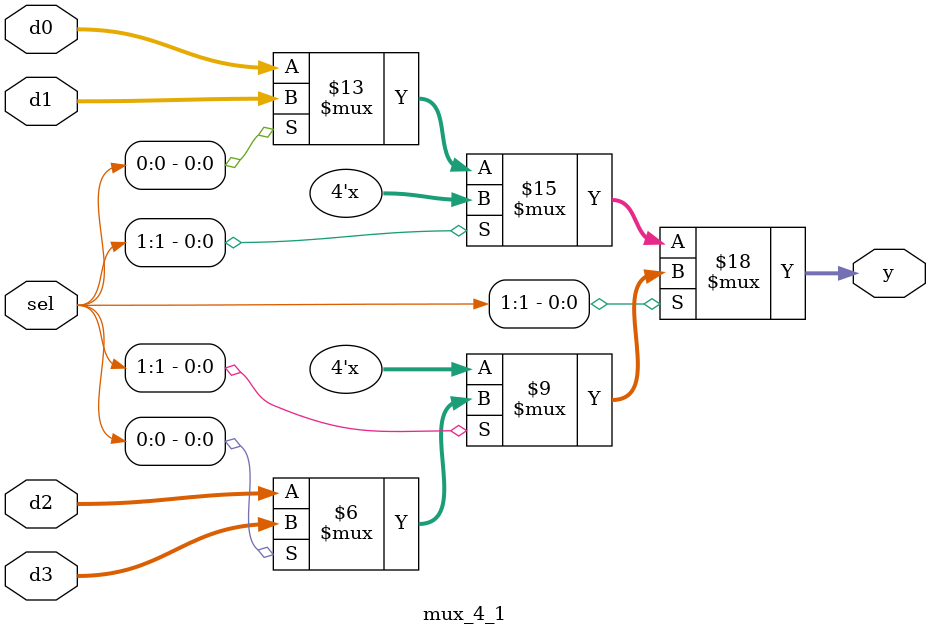
<source format=sv>

module mux_2_1
(
  input        [3:0] d0, d1,
  input              sel,
  output logic [3:0] y
);

  always_comb
    if (sel)
      y = d1;
    else
      y = d0;

endmodule

//----------------------------------------------------------------------------
// Task
//----------------------------------------------------------------------------

module mux_4_1
(
  input        [3:0] d0, d1, d2, d3,
  input        [1:0] sel,
  output logic [3:0] y
);

  always_comb begin
    if (sel[1] == 0) begin
      if (sel[0] == 0) begin
        y = d0;
      end else begin
        y = d1;
      end
    end else begin
      if (sel[0] == 0) begin
        y = d2;
      end else begin
        y = d3;
      end
    end   
  end

endmodule

</source>
